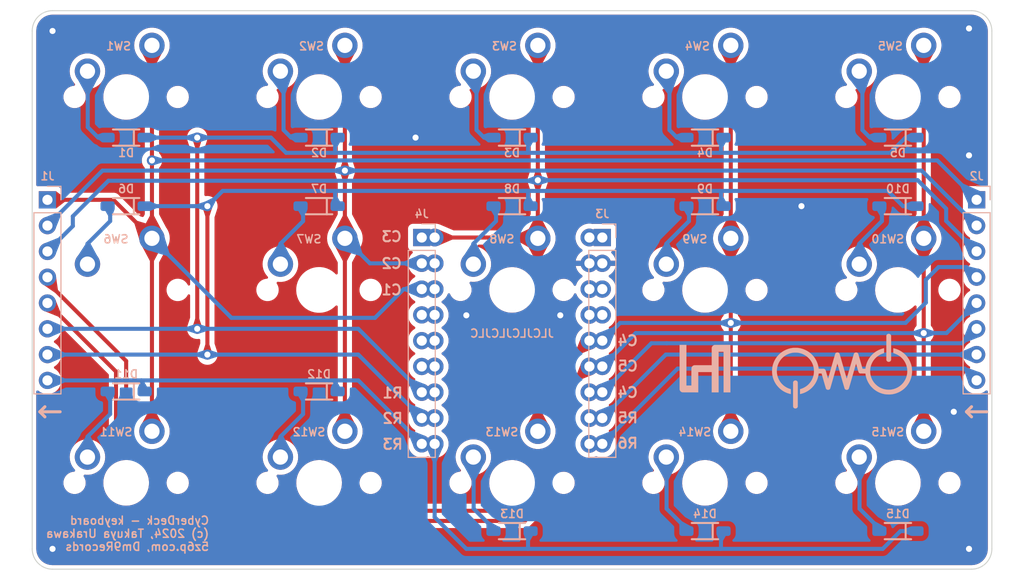
<source format=kicad_pcb>
(kicad_pcb (version 20240108) (generator "pcbnew") (generator_version "8.0")
  (layers (0 "F.Cu" signal) (31 "B.Cu" signal) (34 "B.Paste" user) (35 "F.Paste" user) (36 "B.SilkS" user "B.Silkscreen") (37 "F.SilkS" user "F.Silkscreen") (38 "B.Mask" user) (39 "F.Mask" user) (44 "Edge.Cuts" user))
  (net 0 "")
  (net 1 "Net-(D1-A)")
  (net 2 "Net-(D2-A)")
  (net 3 "Net-(D3-A)")
  (net 4 "Net-(D4-A)")
  (net 5 "Net-(D5-A)")
  (net 6 "Net-(D11-A)")
  (net 7 "Net-(D12-A)")
  (net 8 "Net-(D13-A)")
  (net 9 "Net-(D14-A)")
  (net 10 "Net-(D15-A)")
  (net 11 "Net-(D6-A)")
  (net 12 "Net-(D7-A)")
  (net 13 "Net-(D8-A)")
  (net 14 "Net-(D9-A)")
  (net 15 "Net-(D10-A)")
  (net 16 "/ROW1")
  (net 17 "/ROW2")
  (net 18 "/ROW3")
  (net 19 "/COL1")
  (net 20 "/COL2")
  (net 21 "/COL3")
  (net 22 "/COL4")
  (net 23 "/COL5")
  (net 24 "/ROW4")
  (net 25 "/ROW5")
  (net 26 "/ROW6")
  (net 27 "Net-(J3-Pin_1)")
  (net 28 "Net-(J3-Pin_3)")
  (net 29 "Net-(J3-Pin_4)")
  (net 30 "Net-(J4-Pin_4)")
  (net 31 "Net-(J4-Pin_5)")
  (net 32 "Net-(J4-Pin_6)")
  (net 33 "GND")
  (footprint "SMKJP:SW_Cherry_MX1A_1.00u_PCB" (layer "F.Cu") (at 126 88)
    (property "Reference" "SW15" (at -1 -5 0) (layer "B.SilkS") (effects (font (size 0.8 0.8)) (justify mirror)))
    (property "Value" "SW_Push" (hide yes))
    (pad "" np_thru_hole circle (at -5.08 0) (size 1.7 1.7) (drill 1.7) (layers "*.Cu" "*.Mask"))
    (pad "" np_thru_hole circle (at 0 0) (size 4 4) (drill 4) (layers "*.Cu" "*.Mask"))
    (pad "" np_thru_hole circle (at 5.08 0) (size 1.7 1.7) (drill 1.7) (layers "*.Cu" "*.Mask"))
    (pad "1" thru_hole circle (at -3.81 -2.54) (size 2.5 2.5) (drill 1.5) (layers "*.Cu" "*.Mask") (net 10 "Net-(D15-A)"))
    (pad "2" thru_hole circle (at 2.54 -5.08) (size 2.5 2.5) (drill 1.5) (layers "*.Cu" "*.Mask") (net 23 "/COL5"))
  )
  (footprint "SMKJP:SW_Cherry_MX1A_1.00u_PCB" (layer "F.Cu") (at 88 88)
    (property "Reference" "SW13" (at -1 -5 0) (layer "B.SilkS") (effects (font (size 0.8 0.8)) (justify mirror)))
    (property "Value" "SW_Push" (hide yes))
    (pad "" np_thru_hole circle (at -5.08 0) (size 1.7 1.7) (drill 1.7) (layers "*.Cu" "*.Mask"))
    (pad "" np_thru_hole circle (at 0 0) (size 4 4) (drill 4) (layers "*.Cu" "*.Mask"))
    (pad "" np_thru_hole circle (at 5.08 0) (size 1.7 1.7) (drill 1.7) (layers "*.Cu" "*.Mask"))
    (pad "1" thru_hole circle (at -3.81 -2.54) (size 2.5 2.5) (drill 1.5) (layers "*.Cu" "*.Mask") (net 8 "Net-(D13-A)"))
    (pad "2" thru_hole circle (at 2.54 -5.08) (size 2.5 2.5) (drill 1.5) (layers "*.Cu" "*.Mask") (net 21 "/COL3"))
  )
  (footprint "SMKJP:SW_Cherry_MX1A_1.00u_PCB" (layer "F.Cu") (at 107 69)
    (property "Reference" "SW9" (at -1 -5 0) (layer "B.SilkS") (effects (font (size 0.8 0.8)) (justify mirror)))
    (property "Value" "SW_Push" (hide yes))
    (pad "" np_thru_hole circle (at -5.08 0) (size 1.7 1.7) (drill 1.7) (layers "*.Cu" "*.Mask"))
    (pad "" np_thru_hole circle (at 0 0) (size 4 4) (drill 4) (layers "*.Cu" "*.Mask"))
    (pad "" np_thru_hole circle (at 5.08 0) (size 1.7 1.7) (drill 1.7) (layers "*.Cu" "*.Mask"))
    (pad "1" thru_hole circle (at -3.81 -2.54) (size 2.5 2.5) (drill 1.5) (layers "*.Cu" "*.Mask") (net 14 "Net-(D9-A)"))
    (pad "2" thru_hole circle (at 2.54 -5.08) (size 2.5 2.5) (drill 1.5) (layers "*.Cu" "*.Mask") (net 22 "/COL4"))
  )
  (footprint "SMKJP:SW_Cherry_MX1A_1.00u_PCB" (layer "F.Cu") (at 69 88)
    (property "Reference" "SW12" (at -1 -5 0) (layer "B.SilkS") (effects (font (size 0.8 0.8)) (justify mirror)))
    (property "Value" "SW_Push" (hide yes))
    (pad "" np_thru_hole circle (at -5.08 0) (size 1.7 1.7) (drill 1.7) (layers "*.Cu" "*.Mask"))
    (pad "" np_thru_hole circle (at 0 0) (size 4 4) (drill 4) (layers "*.Cu" "*.Mask"))
    (pad "" np_thru_hole circle (at 5.08 0) (size 1.7 1.7) (drill 1.7) (layers "*.Cu" "*.Mask"))
    (pad "1" thru_hole circle (at -3.81 -2.54) (size 2.5 2.5) (drill 1.5) (layers "*.Cu" "*.Mask") (net 7 "Net-(D12-A)"))
    (pad "2" thru_hole circle (at 2.54 -5.08) (size 2.5 2.5) (drill 1.5) (layers "*.Cu" "*.Mask") (net 20 "/COL2"))
  )
  (footprint "SMKJP:SW_Cherry_MX1A_1.00u_PCB" (layer "F.Cu") (at 126 69)
    (property "Reference" "SW10" (at -1 -5 0) (layer "B.SilkS") (effects (font (size 0.8 0.8)) (justify mirror)))
    (property "Value" "SW_Push" (hide yes))
    (pad "" np_thru_hole circle (at -5.08 0) (size 1.7 1.7) (drill 1.7) (layers "*.Cu" "*.Mask"))
    (pad "" np_thru_hole circle (at 0 0) (size 4 4) (drill 4) (layers "*.Cu" "*.Mask"))
    (pad "" np_thru_hole circle (at 5.08 0) (size 1.7 1.7) (drill 1.7) (layers "*.Cu" "*.Mask"))
    (pad "1" thru_hole circle (at -3.81 -2.54) (size 2.5 2.5) (drill 1.5) (layers "*.Cu" "*.Mask") (net 15 "Net-(D10-A)"))
    (pad "2" thru_hole circle (at 2.54 -5.08) (size 2.5 2.5) (drill 1.5) (layers "*.Cu" "*.Mask") (net 23 "/COL5"))
  )
  (footprint "SMKJP:SW_Cherry_MX1A_1.00u_PCB" (layer "F.Cu") (at 107 50)
    (property "Reference" "SW4" (at -0.75 -5 0) (layer "B.SilkS") (effects (font (size 0.8 0.8)) (justify mirror)))
    (property "Value" "SW_Push" (hide yes))
    (pad "" np_thru_hole circle (at -5.08 0) (size 1.7 1.7) (drill 1.7) (layers "*.Cu" "*.Mask"))
    (pad "" np_thru_hole circle (at 0 0) (size 4 4) (drill 4) (layers "*.Cu" "*.Mask"))
    (pad "" np_thru_hole circle (at 5.08 0) (size 1.7 1.7) (drill 1.7) (layers "*.Cu" "*.Mask"))
    (pad "1" thru_hole circle (at -3.81 -2.54) (size 2.5 2.5) (drill 1.5) (layers "*.Cu" "*.Mask") (net 4 "Net-(D4-A)"))
    (pad "2" thru_hole circle (at 2.54 -5.08) (size 2.5 2.5) (drill 1.5) (layers "*.Cu" "*.Mask") (net 22 "/COL4"))
  )
  (footprint "SMKJP:SW_Cherry_MX1A_1.00u_PCB" (layer "F.Cu") (at 50 69)
    (property "Reference" "SW6" (at -1 -5 0) (layer "B.SilkS") (effects (font (size 0.8 0.8)) (justify mirror)))
    (property "Value" "SW_Push" (hide yes))
    (pad "" np_thru_hole circle (at -5.08 0) (size 1.7 1.7) (drill 1.7) (layers "*.Cu" "*.Mask"))
    (pad "" np_thru_hole circle (at 0 0) (size 4 4) (drill 4) (layers "*.Cu" "*.Mask"))
    (pad "" np_thru_hole circle (at 5.08 0) (size 1.7 1.7) (drill 1.7) (layers "*.Cu" "*.Mask"))
    (pad "1" thru_hole circle (at -3.81 -2.54) (size 2.5 2.5) (drill 1.5) (layers "*.Cu" "*.Mask") (net 11 "Net-(D6-A)"))
    (pad "2" thru_hole circle (at 2.54 -5.08) (size 2.5 2.5) (drill 1.5) (layers "*.Cu" "*.Mask") (net 19 "/COL1"))
  )
  (footprint "SMKJP:SW_Cherry_MX1A_1.00u_PCB" (layer "F.Cu") (at 126 50)
    (property "Reference" "SW5" (at -0.75 -5 0) (layer "B.SilkS") (effects (font (size 0.8 0.8)) (justify mirror)))
    (property "Value" "SW_Push" (hide yes))
    (pad "" np_thru_hole circle (at -5.08 0) (size 1.7 1.7) (drill 1.7) (layers "*.Cu" "*.Mask"))
    (pad "" np_thru_hole circle (at 0 0) (size 4 4) (drill 4) (layers "*.Cu" "*.Mask"))
    (pad "" np_thru_hole circle (at 5.08 0) (size 1.7 1.7) (drill 1.7) (layers "*.Cu" "*.Mask"))
    (pad "1" thru_hole circle (at -3.81 -2.54) (size 2.5 2.5) (drill 1.5) (layers "*.Cu" "*.Mask") (net 5 "Net-(D5-A)"))
    (pad "2" thru_hole circle (at 2.54 -5.08) (size 2.5 2.5) (drill 1.5) (layers "*.Cu" "*.Mask") (net 23 "/COL5"))
  )
  (footprint "SMKJP:SW_Cherry_MX1A_1.00u_PCB" (layer "F.Cu") (at 88 69)
    (property "Reference" "SW8" (at -1 -5 0) (layer "B.SilkS") (effects (font (size 0.8 0.8)) (justify mirror)))
    (property "Value" "SW_Push" (hide yes))
    (pad "" np_thru_hole circle (at -5.08 0) (size 1.7 1.7) (drill 1.7) (layers "*.Cu" "*.Mask"))
    (pad "" np_thru_hole circle (at 0 0) (size 4 4) (drill 4) (layers "*.Cu" "*.Mask"))
    (pad "" np_thru_hole circle (at 5.08 0) (size 1.7 1.7) (drill 1.7) (layers "*.Cu" "*.Mask"))
    (pad "1" thru_hole circle (at -3.81 -2.54) (size 2.5 2.5) (drill 1.5) (layers "*.Cu" "*.Mask") (net 13 "Net-(D8-A)"))
    (pad "2" thru_hole circle (at 2.54 -5.08) (size 2.5 2.5) (drill 1.5) (layers "*.Cu" "*.Mask") (net 21 "/COL3"))
  )
  (footprint "SMKJP:SW_Cherry_MX1A_1.00u_PCB" (layer "F.Cu") (at 69 50)
    (property "Reference" "SW2" (at -0.75 -5 0) (layer "B.SilkS") (effects (font (size 0.8 0.8)) (justify mirror)))
    (property "Value" "SW_Push" (hide yes))
    (pad "" np_thru_hole circle (at -5.08 0) (size 1.7 1.7) (drill 1.7) (layers "*.Cu" "*.Mask"))
    (pad "" np_thru_hole circle (at 0 0) (size 4 4) (drill 4) (layers "*.Cu" "*.Mask"))
    (pad "" np_thru_hole circle (at 5.08 0) (size 1.7 1.7) (drill 1.7) (layers "*.Cu" "*.Mask"))
    (pad "1" thru_hole circle (at -3.81 -2.54) (size 2.5 2.5) (drill 1.5) (layers "*.Cu" "*.Mask") (net 2 "Net-(D2-A)"))
    (pad "2" thru_hole circle (at 2.54 -5.08) (size 2.5 2.5) (drill 1.5) (layers "*.Cu" "*.Mask") (net 20 "/COL2"))
  )
  (footprint "SMKJP:SW_Cherry_MX1A_1.00u_PCB" (layer "F.Cu") (at 50 50)
    (property "Reference" "SW1" (at -0.75 -5 0) (layer "B.SilkS") (effects (font (size 0.8 0.8)) (justify mirror)))
    (property "Value" "SW_Push" (hide yes))
    (pad "" np_thru_hole circle (at -5.08 0) (size 1.7 1.7) (drill 1.7) (layers "*.Cu" "*.Mask"))
    (pad "" np_thru_hole circle (at 0 0) (size 4 4) (drill 4) (layers "*.Cu" "*.Mask"))
    (pad "" np_thru_hole circle (at 5.08 0) (size 1.7 1.7) (drill 1.7) (layers "*.Cu" "*.Mask"))
    (pad "1" thru_hole circle (at -3.81 -2.54) (size 2.5 2.5) (drill 1.5) (layers "*.Cu" "*.Mask") (net 1 "Net-(D1-A)"))
    (pad "2" thru_hole circle (at 2.54 -5.08) (size 2.5 2.5) (drill 1.5) (layers "*.Cu" "*.Mask") (net 19 "/COL1"))
  )
  (footprint "SMKJP:SW_Cherry_MX1A_1.00u_PCB" (layer "F.Cu") (at 107 88)
    (property "Reference" "SW14" (at -1 -5 0) (layer "B.SilkS") (effects (font (size 0.8 0.8)) (justify mirror)))
    (property "Value" "SW_Push" (hide yes))
    (pad "" np_thru_hole circle (at -5.08 0) (size 1.7 1.7) (drill 1.7) (layers "*.Cu" "*.Mask"))
    (pad "" np_thru_hole circle (at 0 0) (size 4 4) (drill 4) (layers "*.Cu" "*.Mask"))
    (pad "" np_thru_hole circle (at 5.08 0) (size 1.7 1.7) (drill 1.7) (layers "*.Cu" "*.Mask"))
    (pad "1" thru_hole circle (at -3.81 -2.54) (size 2.5 2.5) (drill 1.5) (layers "*.Cu" "*.Mask") (net 9 "Net-(D14-A)"))
    (pad "2" thru_hole circle (at 2.54 -5.08) (size 2.5 2.5) (drill 1.5) (layers "*.Cu" "*.Mask") (net 22 "/COL4"))
  )
  (footprint "SMKJP:SW_Cherry_MX1A_1.00u_PCB" (layer "F.Cu") (at 69 69)
    (property "Reference" "SW7" (at -1 -5 0) (layer "B.SilkS") (effects (font (size 0.8 0.8)) (justify mirror)))
    (property "Value" "SW_Push" (hide yes))
    (pad "" np_thru_hole circle (at -5.08 0) (size 1.7 1.7) (drill 1.7) (layers "*.Cu" "*.Mask"))
    (pad "" np_thru_hole circle (at 0 0) (size 4 4) (drill 4) (layers "*.Cu" "*.Mask"))
    (pad "" np_thru_hole circle (at 5.08 0) (size 1.7 1.7) (drill 1.7) (layers "*.Cu" "*.Mask"))
    (pad "1" thru_hole circle (at -3.81 -2.54) (size 2.5 2.5) (drill 1.5) (layers "*.Cu" "*.Mask") (net 12 "Net-(D7-A)"))
    (pad "2" thru_hole circle (at 2.54 -5.08) (size 2.5 2.5) (drill 1.5) (layers "*.Cu" "*.Mask") (net 20 "/COL2"))
  )
  (footprint "SMKJP:SW_Cherry_MX1A_1.00u_PCB" (layer "F.Cu") (at 88 50)
    (property "Reference" "SW3" (at -0.75 -5 0) (layer "B.SilkS") (effects (font (size 0.8 0.8)) (justify mirror)))
    (property "Value" "SW_Push" (hide yes))
    (pad "" np_thru_hole circle (at -5.08 0) (size 1.7 1.7) (drill 1.7) (layers "*.Cu" "*.Mask"))
    (pad "" np_thru_hole circle (at 0 0) (size 4 4) (drill 4) (layers "*.Cu" "*.Mask"))
    (pad "" np_thru_hole circle (at 5.08 0) (size 1.7 1.7) (drill 1.7) (layers "*.Cu" "*.Mask"))
    (pad "1" thru_hole circle (at -3.81 -2.54) (size 2.5 2.5) (drill 1.5) (layers "*.Cu" "*.Mask") (net 3 "Net-(D3-A)"))
    (pad "2" thru_hole circle (at 2.54 -5.08) (size 2.5 2.5) (drill 1.5) (layers "*.Cu" "*.Mask") (net 21 "/COL3"))
  )
  (footprint "SMKJP:SW_Cherry_MX1A_1.00u_PCB" (layer "F.Cu") (at 50 88)
    (property "Reference" "SW11" (at -1 -5 0) (layer "B.SilkS") (effects (font (size 0.8 0.8)) (justify mirror)))
    (property "Value" "SW_Push" (hide yes))
    (pad "" np_thru_hole circle (at -5.08 0) (size 1.7 1.7) (drill 1.7) (layers "*.Cu" "*.Mask"))
    (pad "" np_thru_hole circle (at 0 0) (size 4 4) (drill 4) (layers "*.Cu" "*.Mask"))
    (pad "" np_thru_hole circle (at 5.08 0) (size 1.7 1.7) (drill 1.7) (layers "*.Cu" "*.Mask"))
    (pad "1" thru_hole circle (at -3.81 -2.54) (size 2.5 2.5) (drill 1.5) (layers "*.Cu" "*.Mask") (net 6 "Net-(D11-A)"))
    (pad "2" thru_hole circle (at 2.54 -5.08) (size 2.5 2.5) (drill 1.5) (layers "*.Cu" "*.Mask") (net 19 "/COL1"))
  )
  (footprint "dm9_rc:D_SOD123_hand" (layer "B.Cu") (at 126 60.75 -90)
    (property "Reference" "D10" (at -1.7 0 0) (layer "B.SilkS") (effects (font (size 0.8 0.8)) (justify mirror)))
    (property "Value" "D_Small_Filled" (hide yes))
    (pad "1" smd roundrect (at 0 -1.575 270) (size 0.95 1.4) (drill (offset 0 -0.25)) (layers "B.Cu" "B.Paste" "B.Mask") (net 17 "/ROW2"))
    (pad "2" smd roundrect (at 0 1.575 270) (size 0.95 1.4) (drill (offset 0 0.25)) (layers "B.Cu" "B.Paste" "B.Mask") (net 15 "Net-(D10-A)"))
  )
  (footprint "Connector_PinHeader_2.54mm:PinHeader_1x08_P2.54mm_Vertical" (layer "B.Cu") (at 42.25 60.13 180)
    (property "Reference" "J1" (at 0 2.33 0) (layer "B.SilkS") (effects (font (size 0.8 0.8)) (justify mirror)))
    (property "Value" "Conn_01x08")
    (pad "1" thru_hole rect (at 0 0 180) (size 1.7 1.7) (drill 1) (layers "*.Cu" "*.Mask") (net 19 "/COL1"))
    (pad "2" thru_hole oval (at 0 -2.54 180) (size 1.7 1.7) (drill 1) (layers "*.Cu" "*.Mask") (net 20 "/COL2"))
    (pad "3" thru_hole oval (at 0 -5.08 180) (size 1.7 1.7) (drill 1) (layers "*.Cu" "*.Mask") (net 21 "/COL3"))
    (pad "4" thru_hole oval (at 0 -7.62 180) (size 1.7 1.7) (drill 1) (layers "*.Cu" "*.Mask") (net 22 "/COL4"))
    (pad "5" thru_hole oval (at 0 -10.16 180) (size 1.7 1.7) (drill 1) (layers "*.Cu" "*.Mask") (net 23 "/COL5"))
    (pad "6" thru_hole oval (at 0 -12.7 180) (size 1.7 1.7) (drill 1) (layers "*.Cu" "*.Mask") (net 16 "/ROW1"))
    (pad "7" thru_hole oval (at 0 -15.24 180) (size 1.7 1.7) (drill 1) (layers "*.Cu" "*.Mask") (net 17 "/ROW2"))
    (pad "8" thru_hole oval (at 0 -17.78 180) (size 1.7 1.7) (drill 1) (layers "*.Cu" "*.Mask") (net 18 "/ROW3"))
  )
  (footprint "dm9_rc:D_SOD123_hand" (layer "B.Cu") (at 126 92.75 -90)
    (property "Reference" "D15" (at -1.7 0 0) (layer "B.SilkS") (effects (font (size 0.8 0.8)) (justify mirror)))
    (property "Value" "D_Small_Filled" (hide yes))
    (pad "1" smd roundrect (at 0 -1.575 270) (size 0.95 1.4) (drill (offset 0 -0.25)) (layers "B.Cu" "B.Paste" "B.Mask") (net 18 "/ROW3"))
    (pad "2" smd roundrect (at 0 1.575 270) (size 0.95 1.4) (drill (offset 0 0.25)) (layers "B.Cu" "B.Paste" "B.Mask") (net 10 "Net-(D15-A)"))
  )
  (footprint "dm9_rc:D_SOD123_hand" (layer "B.Cu") (at 107 92.75 -90)
    (property "Reference" "D14" (at -1.7 0 0) (layer "B.SilkS") (effects (font (size 0.8 0.8)) (justify mirror)))
    (property "Value" "D_Small_Filled" (hide yes))
    (pad "1" smd roundrect (at 0 -1.575 270) (size 0.95 1.4) (drill (offset 0 -0.25)) (layers "B.Cu" "B.Paste" "B.Mask") (net 18 "/ROW3"))
    (pad "2" smd roundrect (at 0 1.575 270) (size 0.95 1.4) (drill (offset 0 0.25)) (layers "B.Cu" "B.Paste" "B.Mask") (net 9 "Net-(D14-A)"))
  )
  (footprint "dm9_miscs:rp2040-zero-side-th" (layer "B.Cu") (at 88 74 180)
    (property "Reference" "U1" (hide yes))
    (property "Value" "rp2040-zero" (hide yes))
    (pad "1" thru_hole oval (at 7.62 10.16 180) (size 1.75 1.75) (drill 1) (layers "*.Cu" "*.Mask") (net 21 "/COL3"))
    (pad "2" thru_hole oval (at 7.62 7.62 180) (size 1.75 1.75) (drill 1) (layers "*.Cu" "*.Mask") (net 20 "/COL2"))
    (pad "3" thru_hole oval (at 7.62 5.08 180) (size 1.75 1.75) (drill 1) (layers "*.Cu" "*.Mask") (net 19 "/COL1"))
    (pad "4" thru_hole oval (at 7.62 2.54 180) (size 1.75 1.75) (drill 1) (layers "*.Cu" "*.Mask") (net 30 "Net-(J4-Pin_4)"))
    (pad "5" thru_hole oval (at 7.62 0 180) (size 1.75 1.75) (drill 1) (layers "*.Cu" "*.Mask") (net 31 "Net-(J4-Pin_5)"))
    (pad "6" thru_hole oval (at 7.62 -2.54 180) (size 1.75 1.75) (drill 1) (layers "*.Cu" "*.Mask") (net 32 "Net-(J4-Pin_6)"))
    (pad "7" thru_hole oval (at 7.62 -5.08 180) (size 1.75 1.75) (drill 1) (layers "*.Cu" "*.Mask") (net 16 "/ROW1"))
    (pad "8" thru_hole oval (at 7.62 -7.62 180) (size 1.75 1.75) (drill 1) (layers "*.Cu" "*.Mask") (net 17 "/ROW2"))
    (pad "9" thru_hole oval (at 7.62 -10.16 180) (size 1.75 1.75) (drill 1) (layers "*.Cu" "*.Mask") (net 18 "/ROW3"))
    (pad "15" thru_hole oval (at -7.62 -10.16 180) (size 1.75 1.75) (drill 1) (layers "*.Cu" "*.Mask") (net 26 "/ROW6"))
    (pad "16" thru_hole oval (at -7.62 -7.62 180) (size 1.75 1.75) (drill 1) (layers "*.Cu" "*.Mask") (net 25 "/ROW5"))
    (pad "17" thru_hole oval (at -7.62 -5.08 180) (size 1.75 1.75) (drill 1) (layers "*.Cu" "*.Mask") (net 24 "/ROW4"))
    (pad "18" thru_hole oval (at -7.62 -2.54 180) (size 1.75 1.75) (drill 1) (layers "*.Cu" "*.Mask") (net 23 "/COL5"))
    (pad "19" thru_hole oval (at -7.62 0 180) (size 1.75 1.75) (drill 1) (layers "*.Cu" "*.Mask") (net 22 "/COL4"))
    (pad "20" thru_hole oval (at -7.62 2.54 180) (size 1.75 1.75) (drill 1) (layers "*.Cu" "*.Mask") (net 29 "Net-(J3-Pin_4)"))
    (pad "21" thru_hole oval (at -7.62 5.08 180) (size 1.75 1.75) (drill 1) (layers "*.Cu" "*.Mask") (net 28 "Net-(J3-Pin_3)"))
    (pad "22" thru_hole oval (at -7.62 7.62 180) (size 1.75 1.75) (drill 1) (layers "*.Cu" "*.Mask") (net 33 "GND"))
    (pad "23" thru_hole oval (at -7.62 10.16 180) (size 1.75 1.75) (drill 1) (layers "*.Cu" "*.Mask") (net 27 "Net-(J3-Pin_1)"))
  )
  (footprint "dm9_silks:logo_hsgw_5mm" (layer "B.Cu") (at 107 76.75 180)
    (property "Reference" "G***" (hide yes))
    (property "Value" "LOGO" (hide yes))
  )
  (footprint "Connector_PinHeader_2.54mm:PinHeader_1x09_P2.54mm_Vertical" (layer "B.Cu") (at 79.11 63.84 180)
    (property "Reference" "J4" (at 0 2.33 0) (layer "B.SilkS") (effects (font (size 0.8 0.8)) (justify mirror)))
    (property "Value" "Conn_01x09")
    (pad "1" thru_hole rect (at 0 0 180) (size 1.7 1.7) (drill 1) (layers "*.Cu" "*.Mask") (net 21 "/COL3"))
    (pad "2" thru_hole oval (at 0 -2.54 180) (size 1.7 1.7) (drill 1) (layers "*.Cu" "*.Mask") (net 20 "/COL2"))
    (pad "3" thru_hole oval (at 0 -5.08 180) (size 1.7 1.7) (drill 1) (layers "*.Cu" "*.Mask") (net 19 "/COL1"))
    (pad "4" thru_hole oval (at 0 -7.62 180) (size 1.7 1.7) (drill 1) (layers "*.Cu" "*.Mask") (net 30 "Net-(J4-Pin_4)"))
    (pad "5" thru_hole oval (at 0 -10.16 180) (size 1.7 1.7) (drill 1) (layers "*.Cu" "*.Mask") (net 31 "Net-(J4-Pin_5)"))
    (pad "6" thru_hole oval (at 0 -12.7 180) (size 1.7 1.7) (drill 1) (layers "*.Cu" "*.Mask") (net 32 "Net-(J4-Pin_6)"))
    (pad "7" thru_hole oval (at 0 -15.24 180) (size 1.7 1.7) (drill 1) (layers "*.Cu" "*.Mask") (net 16 "/ROW1"))
    (pad "8" thru_hole oval (at 0 -17.78 180) (size 1.7 1.7) (drill 1) (layers "*.Cu" "*.Mask") (net 17 "/ROW2"))
    (pad "9" thru_hole oval (at 0 -20.32 180) (size 1.7 1.7) (drill 1) (layers "*.Cu" "*.Mask") (net 18 "/ROW3"))
  )
  (footprint "dm9_rc:D_SOD123_hand" (layer "B.Cu") (at 50 54 -90)
    (property "Reference" "D1" (at 1.5 0 0) (layer "B.SilkS") (effects (font (size 0.8 0.8)) (justify mirror)))
    (property "Value" "D_Small_Filled" (hide yes))
    (pad "1" smd roundrect (at 0 -1.575 270) (size 0.95 1.4) (drill (offset 0 -0.25)) (layers "B.Cu" "B.Paste" "B.Mask") (net 16 "/ROW1"))
    (pad "2" smd roundrect (at 0 1.575 270) (size 0.95 1.4) (drill (offset 0 0.25)) (layers "B.Cu" "B.Paste" "B.Mask") (net 1 "Net-(D1-A)"))
  )
  (footprint "dm9_rc:D_SOD123_hand" (layer "B.Cu") (at 88 54 -90)
    (property "Reference" "D3" (at 1.5 0 0) (layer "B.SilkS") (effects (font (size 0.8 0.8)) (justify mirror)))
    (property "Value" "D_Small_Filled" (hide yes))
    (pad "1" smd roundrect (at 0 -1.575 270) (size 0.95 1.4) (drill (offset 0 -0.25)) (layers "B.Cu" "B.Paste" "B.Mask") (net 16 "/ROW1"))
    (pad "2" smd roundrect (at 0 1.575 270) (size 0.95 1.4) (drill (offset 0 0.25)) (layers "B.Cu" "B.Paste" "B.Mask") (net 3 "Net-(D3-A)"))
  )
  (footprint "dm9_rc:D_SOD123_hand" (layer "B.Cu") (at 50 60.75 -90)
    (property "Reference" "D6" (at -1.7 0 0) (layer "B.SilkS") (effects (font (size 0.8 0.8)) (justify mirror)))
    (property "Value" "D_Small_Filled" (hide yes))
    (pad "1" smd roundrect (at 0 -1.575 270) (size 0.95 1.4) (drill (offset 0 -0.25)) (layers "B.Cu" "B.Paste" "B.Mask") (net 17 "/ROW2"))
    (pad "2" smd roundrect (at 0 1.575 270) (size 0.95 1.4) (drill (offset 0 0.25)) (layers "B.Cu" "B.Paste" "B.Mask") (net 11 "Net-(D6-A)"))
  )
  (footprint "dm9_rc:D_SOD123_hand" (layer "B.Cu") (at 107 54 -90)
    (property "Reference" "D4" (at 1.5 0 0) (layer "B.SilkS") (effects (font (size 0.8 0.8)) (justify mirror)))
    (property "Value" "D_Small_Filled" (hide yes))
    (pad "1" smd roundrect (at 0 -1.575 270) (size 0.95 1.4) (drill (offset 0 -0.25)) (layers "B.Cu" "B.Paste" "B.Mask") (net 16 "/ROW1"))
    (pad "2" smd roundrect (at 0 1.575 270) (size 0.95 1.4) (drill (offset 0 0.25)) (layers "B.Cu" "B.Paste" "B.Mask") (net 4 "Net-(D4-A)"))
  )
  (footprint "Connector_PinHeader_2.54mm:PinHeader_1x09_P2.54mm_Vertical" (layer "B.Cu") (at 96.89 63.84 180)
    (property "Reference" "J3" (at 0 2.33 0) (layer "B.SilkS") (effects (font (size 0.8 0.8)) (justify mirror)))
    (property "Value" "Conn_01x09")
    (pad "1" thru_hole rect (at 0 0 180) (size 1.7 1.7) (drill 1) (layers "*.Cu" "*.Mask") (net 27 "Net-(J3-Pin_1)"))
    (pad "2" thru_hole oval (at 0 -2.54 180) (size 1.7 1.7) (drill 1) (layers "*.Cu" "*.Mask") (net 33 "GND"))
    (pad "3" thru_hole oval (at 0 -5.08 180) (size 1.7 1.7) (drill 1) (layers "*.Cu" "*.Mask") (net 28 "Net-(J3-Pin_3)"))
    (pad "4" thru_hole oval (at 0 -7.62 180) (size 1.7 1.7) (drill 1) (layers "*.Cu" "*.Mask") (net 29 "Net-(J3-Pin_4)"))
    (pad "5" thru_hole oval (at 0 -10.16 180) (size 1.7 1.7) (drill 1) (layers "*.Cu" "*.Mask") (net 22 "/COL4"))
    (pad "6" thru_hole oval (at 0 -12.7 180) (size 1.7 1.7) (drill 1) (layers "*.Cu" "*.Mask") (net 23 "/COL5"))
    (pad "7" thru_hole oval (at 0 -15.24 180) (size 1.7 1.7) (drill 1) (layers "*.Cu" "*.Mask") (net 24 "/ROW4"))
    (pad "8" thru_hole oval (at 0 -17.78 180) (size 1.7 1.7) (drill 1) (layers "*.Cu" "*.Mask") (net 25 "/ROW5"))
    (pad "9" thru_hole oval (at 0 -20.32 180) (size 1.7 1.7) (drill 1) (layers "*.Cu" "*.Mask") (net 26 "/ROW6"))
  )
  (footprint "dm9_rc:D_SOD123_hand" (layer "B.Cu") (at 69 54 -90)
    (property "Reference" "D2" (at 1.5 0 0) (layer "B.SilkS") (effects (font (size 0.8 0.8)) (justify mirror)))
    (property "Value" "D_Small_Filled" (hide yes))
    (pad "1" smd roundrect (at 0 -1.575 270) (size 0.95 1.4) (drill (offset 0 -0.25)) (layers "B.Cu" "B.Paste" "B.Mask") (net 16 "/ROW1"))
    (pad "2" smd roundrect (at 0 1.575 270) (size 0.95 1.4) (drill (offset 0 0.25)) (layers "B.Cu" "B.Paste" "B.Mask") (net 2 "Net-(D2-A)"))
  )
  (footprint "dm9_silks:logo_dm9_7_5mm" (layer "B.Cu") (at 120.5 77 180)
    (property "Reference" "G***" (hide yes))
    (property "Value" "LOGO" (hide yes))
  )
  (footprint "dm9_rc:D_SOD123_hand" (layer "B.Cu") (at 50 79 -90)
    (property "Reference" "D11" (at -1.7 0 0) (layer "B.SilkS") (effects (font (size 0.8 0.8)) (justify mirror)))
    (property "Value" "D_Small_Filled" (hide yes))
    (pad "1" smd roundrect (at 0 -1.575 270) (size 0.95 1.4) (drill (offset 0 -0.25)) (layers "B.Cu" "B.Paste" "B.Mask") (net 18 "/ROW3"))
    (pad "2" smd roundrect (at 0 1.575 270) (size 0.95 1.4) (drill (offset 0 0.25)) (layers "B.Cu" "B.Paste" "B.Mask") (net 6 "Net-(D11-A)"))
  )
  (footprint "Connector_PinHeader_2.54mm:PinHeader_1x08_P2.54mm_Vertical" (layer "B.Cu") (at 133.75 60.125 180)
    (property "Reference" "J2" (at 0 2.33 0) (layer "B.SilkS") (effects (font (size 0.8 0.8)) (justify mirror)))
    (property "Value" "Conn_01x08")
    (pad "1" thru_hole rect (at 0 0 180) (size 1.7 1.7) (drill 1) (layers "*.Cu" "*.Mask") (net 19 "/COL1"))
    (pad "2" thru_hole oval (at 0 -2.54 180) (size 1.7 1.7) (drill 1) (layers "*.Cu" "*.Mask") (net 20 "/COL2"))
    (pad "3" thru_hole oval (at 0 -5.08 180) (size 1.7 1.7) (drill 1) (layers "*.Cu" "*.Mask") (net 21 "/COL3"))
    (pad "4" thru_hole oval (at 0 -7.62 180) (size 1.7 1.7) (drill 1) (layers "*.Cu" "*.Mask") (net 22 "/COL4"))
    (pad "5" thru_hole oval (at 0 -10.16 180) (size 1.7 1.7) (drill 1) (layers "*.Cu" "*.Mask") (net 23 "/COL5"))
    (pad "6" thru_hole oval (at 0 -12.7 180) (size 1.7 1.7) (drill 1) (layers "*.Cu" "*.Mask") (net 24 "/ROW4"))
    (pad "7" thru_hole oval (at 0 -15.24 180) (size 1.7 1.7) (drill 1) (layers "*.Cu" "*.Mask") (net 25 "/ROW5"))
    (pad "8" thru_hole oval (at 0 -17.78 180) (size 1.7 1.7) (drill 1) (layers "*.Cu" "*.Mask") (net 26 "/ROW6"))
  )
  (footprint "dm9_rc:D_SOD123_hand" (layer "B.Cu") (at 126 54 -90)
    (property "Reference" "D5" (at 1.5 0 0) (layer "B.SilkS") (effects (font (size 0.8 0.8)) (justify mirror)))
    (property "Value" "D_Small_Filled" (hide yes))
    (pad "1" smd roundrect (at 0 -1.575 270) (size 0.95 1.4) (drill (offset 0 -0.25)) (layers "B.Cu" "B.Paste" "B.Mask") (net 16 "/ROW1"))
    (pad "2" smd roundrect (at 0 1.575 270) (size 0.95 1.4) (drill (offset 0 0.25)) (layers "B.Cu" "B.Paste" "B.Mask") (net 5 "Net-(D5-A)"))
  )
  (footprint "dm9_rc:D_SOD123_hand" (layer "B.Cu") (at 88 92.75 -90)
    (property "Reference" "D13" (at -1.7 0 0) (layer "B.SilkS") (effects (font (size 0.8 0.8)) (justify mirror)))
    (property "Value" "D_Small_Filled" (hide yes))
    (pad "1" smd roundrect (at 0 -1.575 270) (size 0.95 1.4) (drill (offset 0 -0.25)) (layers "B.Cu" "B.Paste" "B.Mask") (net 18 "/ROW3"))
    (pad "2" smd roundrect (at 0 1.575 270) (size 0.95 1.4) (drill (offset 0 0.25)) (layers "B.Cu" "B.Paste" "B.Mask") (net 8 "Net-(D13-A)"))
  )
  (footprint "dm9_rc:D_SOD123_hand" (layer "B.Cu") (at 69 79 -90)
    (property "Reference" "D12" (at -1.7 0 0) (layer "B.SilkS") (effects (font (size 0.8 0.8)) (justify mirror)))
    (property "Value" "D_Small_Filled" (hide yes))
    (pad "1" smd roundrect (at 0 -1.575 270) (size 0.95 1.4) (drill (offset 0 -0.25)) (layers "B.Cu" "B.Paste" "B.Mask") (net 18 "/ROW3"))
    (pad "2" smd roundrect (at 0 1.575 270) (size 0.95 1.4) (drill (offset 0 0.25)) (layers "B.Cu" "B.Paste" "B.Mask") (net 7 "Net-(D12-A)"))
  )
  (footprint "dm9_rc:D_SOD123_hand" (layer "B.Cu") (at 107 60.75 -90)
    (property "Reference" "D9" (at -1.7 0 0) (layer "B.SilkS") (effects (font (size 0.8 0.8)) (justify mirror)))
    (property "Value" "D_Small_Filled" (hide yes))
    (pad "1" smd roundrect (at 0 -1.575 270) (size 0.95 1.4) (drill (offset 0 -0.25)) (layers "B.Cu" "B.Paste" "B.Mask") (net 17 "/ROW2"))
    (pad "2" smd roundrect (at 0 1.575 270) (size 0.95 1.4) (drill (offset 0 0.25)) (layers "B.Cu" "B.Paste" "B.Mask") (net 14 "Net-(D9-A)"))
  )
  (footprint "dm9_rc:D_SOD123_hand" (layer "B.Cu") (at 88 60.75 -90)
    (property "Reference" "D8" (at -1.7 0 0) (layer "B.SilkS") (effects (font (size 0.8 0.8)) (justify mirror)))
    (property "Value" "D_Small_Filled" (hide yes))
    (pad "1" smd roundrect (at 0 -1.575 270) (size 0.95 1.4) (drill (offset 0 -0.25)) (layers "B.Cu" "B.Paste" "B.Mask") (net 17 "/ROW2"))
    (pad "2" smd roundrect (at 0 1.575 270) (size 0.95 1.4) (drill (offset 0 0.25)) (layers "B.Cu" "B.Paste" "B.Mask") (net 13 "Net-(D8-A)"))
  )
  (footprint "dm9_rc:D_SOD123_hand" (layer "B.Cu") (at 69 60.75 -90)
    (property "Reference" "D7" (at -1.7 0 0) (layer "B.SilkS") (effects (font (size 0.8 0.8)) (justify mirror)))
    (property "Value" "D_Small_Filled" (hide yes))
    (pad "1" smd roundrect (at 0 -1.575 270) (size 0.95 1.4) (drill (offset 0 -0.25)) (layers "B.Cu" "B.Paste" "B.Mask") (net 17 "/ROW2"))
    (pad "2" smd roundrect (at 0 1.575 270) (size 0.95 1.4) (drill (offset 0 0.25)) (layers "B.Cu" "B.Paste" "B.Mask") (net 12 "Net-(D7-A)"))
  )
  (gr_line (start 132.75 81) (end 134.75 81) (stroke (width 0.3)) (layer "B.SilkS"))
  (gr_line (start 41.5 81) (end 43.5 81) (stroke (width 0.3)) (layer "B.SilkS"))
  (gr_line (start 41.5 81) (end 42 80.5) (stroke (width 0.3)) (layer "B.SilkS"))
  (gr_line (start 132.75 81) (end 133.25 81.5) (stroke (width 0.3)) (layer "B.SilkS"))
  (gr_line (start 132.75 81) (end 133.25 80.5) (stroke (width 0.3)) (layer "B.SilkS"))
  (gr_line (start 41.5 81) (end 42 81.5) (stroke (width 0.3)) (layer "B.SilkS"))
  (gr_arc (start 133.25 41.5) (mid 134.664214 42.085786) (end 135.25 43.5) (stroke (width 0.1)) (layer "Edge.Cuts"))
  (gr_arc (start 135.249999 94.499999) (mid 134.664213 95.914213) (end 133.249999 96.499999) (stroke (width 0.1)) (layer "Edge.Cuts"))
  (gr_line (start 40.750001 43.500001) (end 40.750001 94.499999) (stroke (width 0.1)) (layer "Edge.Cuts"))
  (gr_line (start 135.249999 94.499999) (end 135.25 43.5) (stroke (width 0.1)) (layer "Edge.Cuts"))
  (gr_arc (start 42.750001 96.499999) (mid 41.335787 95.914213) (end 40.750001 94.499999) (stroke (width 0.1)) (layer "Edge.Cuts"))
  (gr_arc (start 40.750001 43.500001) (mid 41.335787 42.085787) (end 42.750001 41.500001) (stroke (width 0.1)) (layer "Edge.Cuts"))
  (gr_line (start 42.750001 96.499999) (end 133.249999 96.499999) (stroke (width 0.1)) (layer "Edge.Cuts"))
  (gr_line (start 42.750001 41.500001) (end 133.25 41.5) (stroke (width 0.1)) (layer "Edge.Cuts"))
  (gr_text "C2" (at 77.25 66.4 0) (layer "B.SilkS") (effects (font (size 1 1) (thickness 0.2) (bold yes)) (justify left mirror)))
  (gr_text "R1" (at 77.35 79.15 0) (layer "B.SilkS") (effects (font (size 1 1) (thickness 0.2) (bold yes)) (justify left mirror)))
  (gr_text "CyberDeck - keyboard\n(c) 2024, Takuya Urakawa\n5z6p.com, Dm9Records" (at 58.25 94.75 0) (layer "B.SilkS") (effects (font (size 0.8 0.8)) (justify left bottom mirror)))
  (gr_text "R6" (at 100.5 84.1 0) (layer "B.SilkS") (effects (font (size 1 1) (thickness 0.2) (bold yes)) (justify left mirror)))
  (gr_text "R2" (at 77.35 81.65 0) (layer "B.SilkS") (effects (font (size 1 1) (thickness 0.2) (bold yes)) (justify left mirror)))
  (gr_text "C3" (at 77.25 63.75 0) (layer "B.SilkS") (effects (font (size 1 1) (thickness 0.2) (bold yes)) (justify left mirror)))
  (gr_text "JLCJLCJLCJLC" (at 88 73.75 0) (layer "B.SilkS") (effects (font (size 0.8 0.8)) (justify bottom mirror)))
  (gr_text "C4" (at 100.5 79.1 0) (layer "B.SilkS") (effects (font (size 1 1) (thickness 0.2) (bold yes)) (justify left mirror)))
  (gr_text "C5" (at 100.5 76.5 0) (layer "B.SilkS") (effects (font (size 1 1) (thickness 0.2) (bold yes)) (justify left mirror)))
  (gr_text "C4" (at 100.5 74 0) (layer "B.SilkS") (effects (font (size 1 1) (thickness 0.2) (bold yes)) (justify left mirror)))
  (gr_text "C1" (at 77.25 69 0) (layer "B.SilkS") (effects (font (size 1 1) (thickness 0.2) (bold yes)) (justify left mirror)))
  (gr_text "R3\n" (at 77.35 84.2 0) (layer "B.SilkS") (effects (font (size 1 1) (thickness 0.2) (bold yes)) (justify left mirror)))
  (gr_text "R5" (at 100.5 81.6 0) (layer "B.SilkS") (effects (font (size 1 1) (thickness 0.2) (bold yes)) (justify left mirror)))
  (segment (start 46.22 47.49) (end 46.22 52.97) (width 0.4) (layer "B.Cu") (net 1))
  (segment (start 46.22 52.97) (end 47.25 54) (width 0.4) (layer "B.Cu") (net 1))
  (segment (start 46.19 47.46) (end 46.22 47.49) (width 0.4) (layer "B.Cu") (net 1))
  (segment (start 47.25 54) (end 48.425 54) (width 0.4) (layer "B.Cu") (net 1))
  (segment (start 65.5 53.25) (end 66.25 54) (width 0.4) (layer "B.Cu") (net 2))
  (segment (start 65.19 47.46) (end 65.5 47.77) (width 0.4) (layer "B.Cu") (net 2))
  (segment (start 65.5 47.77) (end 65.5 53.25) (width 0.4) (layer "B.Cu") (net 2))
  (segment (start 66.25 54) (end 67.425 54) (width 0.4) (layer "B.Cu") (net 2))
  (segment (start 84.19 47.46) (end 84.5 47.77) (width 0.4) (layer "B.Cu") (net 3))
  (segment (start 84.5 53.25) (end 85.25 54) (width 0.4) (layer "B.Cu") (net 3))
  (segment (start 84.5 47.77) (end 84.5 53.25) (width 0.4) (layer "B.Cu") (net 3))
  (segment (start 85.25 54) (end 86.425 54) (width 0.4) (layer "B.Cu") (net 3))
  (segment (start 105.425 54) (end 104.25 54) (width 0.4) (layer "B.Cu") (net 4))
  (segment (start 103.5 53.25) (end 103.5 47.77) (width 0.4) (layer "B.Cu") (net 4))
  (segment (start 104.25 54) (end 103.5 53.25) (width 0.4) (layer "B.Cu") (net 4))
  (segment (start 103.5 47.77) (end 103.19 47.46) (width 0.4) (layer "B.Cu") (net 4))
  (segment (start 122.19 47.46) (end 122.5 47.77) (width 0.4) (layer "B.Cu") (net 5))
  (segment (start 123.25 54) (end 124.425 54) (width 0.4) (layer "B.Cu") (net 5))
  (segment (start 122.5 53.25) (end 123.25 54) (width 0.4) (layer "B.Cu") (net 5))
  (segment (start 122.5 47.77) (end 122.5 53.25) (width 0.4) (layer "B.Cu") (net 5))
  (segment (start 48.425 79) (end 48.425 81.225) (width 0.4) (layer "B.Cu") (net 6))
  (segment (start 46.19 83.46) (end 46.19 85.46) (width 0.4) (layer "B.Cu") (net 6))
  (segment (start 48.425 81.225) (end 46.19 83.46) (width 0.4) (layer "B.Cu") (net 6))
  (segment (start 65.19 83.46) (end 65.19 85.46) (width 0.4) (layer "B.Cu") (net 7))
  (segment (start 67.425 81.225) (end 65.19 83.46) (width 0.4) (layer "B.Cu") (net 7))
  (segment (start 67.425 79) (end 67.425 81.225) (width 0.4) (layer "B.Cu") (net 7))
  (segment (start 84.22 85.49) (end 84.22 90.545) (width 0.4) (layer "B.Cu") (net 8))
  (segment (start 84.22 90.545) (end 86.425 92.75) (width 0.4) (layer "B.Cu") (net 8))
  (segment (start 84.19 85.46) (end 84.22 85.49) (width 0.4) (layer "B.Cu") (net 8))
  (segment (start 103.22 85.49) (end 103.22 90.545) (width 0.4) (layer "B.Cu") (net 9))
  (segment (start 103.19 85.46) (end 103.22 85.49) (width 0.4) (layer "B.Cu") (net 9))
  (segment (start 103.22 90.545) (end 105.425 92.75) (width 0.4) (layer "B.Cu") (net 9))
  (segment (start 122.22 90.545) (end 124.425 92.75) (width 0.4) (layer "B.Cu") (net 10))
  (segment (start 122.19 85.46) (end 122.22 85.49) (width 0.4) (layer "B.Cu") (net 10))
  (segment (start 122.22 85.49) (end 122.22 90.545) (width 0.4) (layer "B.Cu") (net 10))
  (segment (start 48.425 60.75) (end 48.425 62.225) (width 0.4) (layer "B.Cu") (net 11))
  (segment (start 48.425 62.225) (end 46.19 64.46) (width 0.4) (layer "B.Cu") (net 11))
  (segment (start 46.19 64.46) (end 46.19 66.46) (width 0.4) (layer "B.Cu") (net 11))
  (segment (start 67.425 60.75) (end 67.425 62.225) (width 0.4) (layer "B.Cu") (net 12))
  (segment (start 67.425 62.225) (end 65.19 64.46) (width 0.4) (layer "B.Cu") (net 12))
  (segment (start 65.19 64.46) (end 65.19 66.46) (width 0.4) (layer "B.Cu") (net 12))
  (segment (start 86.425 62.225) (end 84.19 64.46) (width 0.4) (layer "B.Cu") (net 13))
  (segment (start 84.19 64.46) (end 84.19 66.46) (width 0.4) (layer "B.Cu") (net 13))
  (segment (start 86.425 60.75) (end 86.425 62.225) (width 0.4) (layer "B.Cu") (net 13))
  (segment (start 105.425 62.225) (end 103.19 64.46) (width 0.4) (layer "B.Cu") (net 14))
  (segment (start 105.425 60.75) (end 105.425 62.225) (width 0.4) (layer "B.Cu") (net 14))
  (segment (start 103.19 64.46) (end 103.19 66.46) (width 0.4) (layer "B.Cu") (net 14))
  (segment (start 122.19 64.46) (end 122.19 66.46) (width 0.4) (layer "B.Cu") (net 15))
  (segment (start 124.425 60.75) (end 124.425 62.225) (width 0.4) (layer "B.Cu") (net 15))
  (segment (start 124.425 62.225) (end 122.19 64.46) (width 0.4) (layer "B.Cu") (net 15))
  (segment (start 57 72.830001) (end 57 54) (width 0.4) (layer "F.Cu") (net 16))
  (via (at 57 54) (size 1) (drill 0.6) (layers "F.Cu" "B.Cu") (net 16))
  (via (at 57 72.830001) (size 1) (drill 0.6) (layers "F.Cu" "B.Cu") (net 16))
  (segment (start 126.75 54) (end 125.25 55.5) (width 0.4) (layer "B.Cu") (net 16))
  (segment (start 70.5 55.5) (end 65.75 55.5) (width 0.4) (layer "B.Cu") (net 16))
  (segment (start 89.5 55.5) (end 70.5 55.5) (width 0.4) (layer "B.Cu") (net 16))
  (segment (start 108.5 55.5) (end 89.5 55.5) (width 0.4) (layer "B.Cu") (net 16))
  (segment (start 42.25 72.83) (end 57 72.830001) (width 0.4) (layer "B.Cu") (net 16))
  (segment (start 79.11 79.08) (end 72.860001 72.830001) (width 0.4) (layer "B.Cu") (net 16))
  (segment (start 65.75 55.5) (end 64.25 54) (width 0.4) (layer "B.Cu") (net 16))
  (segment (start 70.575 54) (end 70.575 55.425) (width 0.4) (layer "B.Cu") (net 16))
  (segment (start 127.575 54) (end 126.75 54) (width 0.4) (layer "B.Cu") (net 16))
  (segment (start 51.575 54) (end 57 54) (width 0.4) (layer "B.Cu") (net 16))
  (segment (start 72.860001 72.830001) (end 57 72.830001) (width 0.4) (layer "B.Cu") (net 16))
  (segment (start 64.25 54) (end 57 54) (width 0.4) (layer "B.Cu") (net 16))
  (segment (start 89.575 54) (end 89.575 55.425) (width 0.4) (layer "B.Cu") (net 16))
  (segment (start 89.575 55.425) (end 89.5 55.5) (width 0.4) (layer "B.Cu") (net 16))
  (segment (start 108.575 54) (end 108.575 55.425) (width 0.4) (layer "B.Cu") (net 16))
  (segment (start 125.25 55.5) (end 108.5 55.5) (width 0.4) (layer "B.Cu") (net 16))
  (segment (start 70.575 55.425) (end 70.5 55.5) (width 0.4) (layer "B.Cu") (net 16))
  (segment (start 108.575 55.425) (end 108.5 55.5) (width 0.4) (layer "B.Cu") (net 16))
  (segment (start 58 75.37) (end 58 60.75) (width 0.4) (layer "F.Cu") (net 17))
  (via (at 58 60.75) (size 1) (drill 0.6) (layers "F.Cu" "B.Cu") (net 17))
  (via (at 58 75.37) (size 1) (drill 0.6) (layers "F.Cu" "B.Cu") (net 17))
  (segment (start 125 59.25) (end 125.25 59.5) (width 0.4) (layer "B.Cu") (net 17))
  (segment (start 126.5 60.75) (end 127.575 60.75) (width 0.4) (layer "B.Cu") (net 17))
  (segment (start 108.5 59.25) (end 125 59.25) (width 0.4) (layer "B.Cu") (net 17))
  (segment (start 107.75 59.25) (end 108.5 59.25) (width 0.4) (layer "B.Cu") (net 17))
  (segment (start 89.575 60.75) (end 89.575 59.325) (width 0.4) (layer "B.Cu") (net 17))
  (segment (start 89.65 59.25) (end 107.75 59.25) (width 0.4) (layer "B.Cu") (net 17))
  (segment (start 79.11 81.62) (end 72.86 75.37) (width 0.4) (layer "B.Cu") (net 17))
  (segment (start 70.575 60.75) (end 70.575 59.325) (width 0.4) (layer "B.Cu") (net 17))
  (segment (start 108.575 60.75) (end 108.575 59.325) (width 0.4) (layer "B.Cu") (net 17))
  (segment (start 51.575 60.75) (end 58 60.75) (width 0.4) (layer "B.Cu") (net 17))
  (segment (start 89.575 59.325) (end 89.65 59.25) (width 0.4) (layer "B.Cu") (net 17))
  (segment (start 59.5 59.25) (end 70.5 59.25) (width 0.4) (layer "B.Cu") (net 17))
  (segment (start 72.86 75.37) (end 72.76 75.37) (width 0.4) (layer "B.Cu") (net 17))
  (segment (start 89.575 59.325) (end 89.5 59.25) (width 0.4) (layer "B.Cu") (net 17))
  (segment (start 70.5 59.25) (end 89 59.25) (width 0.4) (layer "B.Cu") (net 17))
  (segment (start 89 59.25) (end 89.5 59.25) (width 0.4) (layer "B.Cu") (net 17))
  (segment (start 89.65 59.25) (end 89 59.25) (width 0.4) (layer "B.Cu") (net 17))
  (segment (start 108.575 59.325) (end 108.5 59.25) (width 0.4) (layer "B.Cu") (net 17))
  (segment (start 125.25 59.5) (end 126.5 60.75) (width 0.4) (layer "B.Cu") (net 17))
  (segment (start 58 60.75) (end 59.5 59.25) (width 0.4) (layer "B.Cu") (net 17))
  (segment (start 58 75.37) (end 72.76 75.37) (width 0.4) (layer "B.Cu") (net 17))
  (segment (start 42.25 75.37) (end 58 75.37) (width 0.4) (layer "B.Cu") (net 17))
  (segment (start 70.575 59.325) (end 70.5 59.25) (width 0.4) (layer "B.Cu") (net 17))
  (segment (start 51.575 79) (end 51.575 77.985) (width 0.4) (layer "B.Cu") (net 18))
  (segment (start 80.38 91.38) (end 83.5 94.5) (width 0.4) (layer "B.Cu") (net 18))
  (segment (start 80.38 84.16) (end 80.38 91.38) (width 0.4) (layer "B.Cu") (net 18))
  (segment (start 108.575 94.425) (end 108.5 94.5) (width 0.4) (layer "B.Cu") (net 18))
  (segment (start 72.86 77.91) (end 79.11 84.16) (width 0.4) (layer "B.Cu") (net 18))
  (segment (start 124.5 94.5) (end 126.25 92.75) (width 0.4) (layer "B.Cu") (net 18))
  (segment (start 126.25 92.75) (end 127.575 92.75) (width 0.4) (layer "B.Cu") (net 18))
  (segment (start 51.575 77.985) (end 51.5 77.91) (width 0.4) (layer "B.Cu") (net 18))
  (segment (start 89.575 94.5) (end 89.575 92.75) (width 0.4) (layer "B.Cu") (net 18))
  (segment (start 108.575 92.75) (end 108.575 94.425) (width 0.4) (layer "B.Cu") (net 18))
  (segment (start 89.575 94.5) (end 108.5 94.5) (width 0.4) (layer "B.Cu") (net 18))
  (segment (start 70.575 79) (end 70.575 77.985) (width 0.4) (layer "B.Cu") (net 18))
  (segment (start 83.5 94.5) (end 89.575 94.5) (width 0.4) (layer "B.Cu") (net 18))
  (segment (start 51.5 77.91) (end 70.5 77.91) (width 0.4) (layer "B.Cu") (net 18))
  (segment (start 70.575 77.985) (end 70.5 77.91) (width 0.4) (layer "B.Cu") (net 18))
  (segment (start 70.5 77.91) (end 72.86 77.91) (width 0.4) (layer "B.Cu") (net 18))
  (segment (start 108.5 94.5) (end 124.5 94.5) (width 0.4) (layer "B.Cu") (net 18))
  (segment (start 51.5 77.91) (end 42.25 77.91) (width 0.4) (layer "B.Cu") (net 18))
  (segment (start 52.54 82.92) (end 52.54 63.92) (width 0.4) (layer "F.Cu") (net 19))
  (segment (start 42.25 60.13) (end 48.75 60.13) (width 0.4) (layer "F.Cu") (net 19))
  (segment (start 48.75 60.13) (end 52.54 63.92) (width 0.4) (layer "F.Cu") (net 19))
  (segment (start 52.54 44.92) (end 52.54 63.92) (width 0.4) (layer "F.Cu") (net 19))
  (via (at 52.54 56.25) (size 1) (drill 0.6) (layers "F.Cu" "B.Cu") (net 19))
  (segment (start 77.33 68.92) (end 79.11 68.92) (width 0.4) (layer "B.Cu") (net 19))
  (segment (start 133.75 60.125) (end 129.875 56.25) (width 0.4) (layer "B.Cu") (net 19))
  (segment (start 60.37 71.75) (end 74.5 71.75) (width 0.4) (layer "B.Cu") (net 19))
  (segment (start 129.875 56.25) (end 52.54 56.25) (width 0.4) (layer "B.Cu") (net 19))
  (segment (start 52.54 63.92) (end 60.37 71.75) (width 0.4) (layer "B.Cu") (net 19))
  (segment (start 74.5 71.75) (end 77.33 68.92) (width 0.4) (layer "B.Cu") (net 19))
  (segment (start 71.54 44.92) (end 71.540001 57.25) (width 0.4) (layer "F.Cu") (net 20))
  (segment (start 71.54 63.92) (end 71.540001 57.25) (width 0.4) (layer "F.Cu") (net 20))
  (segment (start 71.54 63.92) (end 71.54 82.92) (width 0.4) (layer "F.Cu") (net 20))
  (via (at 71.540001 57.25) (size 1) (drill 0.6) (layers "F.Cu" "B.Cu") (net 20))
  (segment (start 133.75 62.665) (end 128.335 57.25) (width 0.4) (layer "B.Cu") (net 20))
  (segment (start 42.25 62.67) (end 47.67 57.25) (width 0.4) (layer "B.Cu") (net 20))
  (segment (start 71.54 63.92) (end 74 66.38) (width 0.4) (layer "B.Cu") (net 20))
  (segment (start 74 66.38) (end 79.11 66.38) (width 0.4) (layer "B.Cu") (net 20))
  (segment (start 128.335 57.25) (end 71.540001 57.25) (width 0.4) (layer "B.Cu") (net 20))
  (segment (start 47.67 57.25) (end 71.540001 57.25) (width 0.4) (layer "B.Cu") (net 20))
  (segment (start 90.54 63.92) (end 90.54 82.92) (width 0.4) (layer "F.Cu") (net 21))
  (segment (start 90.54 63.92) (end 90.54 58.1995) (width 0.4) (layer "F.Cu") (net 21))
  (segment (start 80.38 63.84) (end 90.46 63.84) (width 0.4) (layer "F.Cu") (net 21))
  (segment (start 90.46 63.84) (end 90.54 63.92) (width 0.4) (layer "F.Cu") (net 21))
  (segment (start 90.54 44.92) (end 90.54 58.1995) (width 0.4) (layer "F.Cu") (net 21))
  (via (at 90.54 58.1995) (size 1) (drill 0.6) (layers "F.Cu" "B.Cu") (net 21))
  (segment (start 133.75 65.205) (end 130.75 62.205) (width 0.4) (layer "B.Cu") (net 21))
  (segment (start 130.75 61) (end 127.9495 58.1995) (width 0.4) (layer "B.Cu") (net 21))
  (segment (start 48.25 58.25) (end 90.4895 58.25) (width 0.4) (layer "B.Cu") (net 21))
  (segment (start 42.25 65.21) (end 44.75 62.71) (width 0.4) (layer "B.Cu") (net 21))
  (segment (start 127.9495 58.1995) (end 90.54 58.1995) (width 0.4) (layer "B.Cu") (net 21))
  (segment (start 44.75 62.71) (end 44.75 61.75) (width 0.4) (layer "B.Cu") (net 21))
  (segment (start 130.75 62.205) (end 130.75 61) (width 0.4) (layer "B.Cu") (net 21))
  (segment (start 90.4895 58.25) (end 90.54 58.1995) (width 0.4) (layer "B.Cu") (net 21))
  (segment (start 44.75 61.75) (end 48.25 58.25) (width 0.4) (layer "B.Cu") (net 21))
  (segment (start 63.5 90.75) (end 89.25 90.75) (width 0.4) (layer "F.Cu") (net 22))
  (segment (start 58 85.25) (end 63.5 90.75) (width 0.4) (layer "F.Cu") (net 22))
  (segment (start 50 76) (end 50 83.25) (width 0.4) (layer "F.Cu") (net 22))
  (segment (start 52 85.25) (end 58 85.25) (width 0.4) (layer "F.Cu") (net 22))
  (segment (start 93.25 76.37) (end 95.62 74) (width 0.4) (layer "F.Cu") (net 22))
  (segment (start 89.25 90.75) (end 90.75 89.25) (width 0.4) (layer "F.Cu") (net 22))
  (segment (start 50 83.25) (end 52 85.25) (width 0.4) (layer "F.Cu") (net 22))
  (segment (start 42.25 68.25) (end 50 76) (width 0.4) (layer "F.Cu") (net 22))
  (segment (start 109.54 63.92) (end 109.54 82.92) (width 0.4) (layer "F.Cu") (net 22))
  (segment (start 93.25 84.125) (end 93.25 76.37) (width 0.4) (layer "F.Cu") (net 22))
  (segment (start 109.54 44.92) (end 109.54 63.92) (width 0.4) (layer "F.Cu") (net 22))
  (segment (start 42.25 67.75) (end 42.25 68.25) (width 0.4) (layer "F.Cu") (net 22))
  (segment (start 90.75 86.625) (end 93.25 84.125) (width 0.4) (layer "F.Cu") (net 22))
  (segment (start 90.75 89.25) (end 90.75 86.625) (width 0.4) (layer "F.Cu") (net 22))
  (via (at 109.54 72.25) (size 1) (drill 0.6) (layers "F.Cu" "B.Cu") (net 22))
  (segment (start 126.75 72.25) (end 109.54 72.25) (width 0.4) (layer "B.Cu") (net 22))
  (segment (start 96.89 74) (end 98.64 72.25) (width 0.4) (layer "B.Cu") (net 22))
  (segment (start 132.755 66.75) (end 130 66.75) (width 0.4) (layer "B.Cu") (net 22))
  (segment (start 98.64 72.25) (end 109.54 72.25) (width 0.4) (layer "B.Cu") (net 22))
  (segment (start 128.75 68) (end 128.75 70.25) (width 0.4) (layer "B.Cu") (net 22))
  (segment (start 133.75 67.745) (end 132.755 66.75) (width 0.4) (layer "B.Cu") (net 22))
  (segment (start 128.75 70.25) (end 126.75 72.25) (width 0.4) (layer "B.Cu") (net 22))
  (segment (start 130 66.75) (end 128.75 68) (width 0.4) (layer "B.Cu") (net 22))
  (segment (start 49 83.25) (end 51.75 86) (width 0.4) (layer "F.Cu") (net 23))
  (segment (start 91.5 89.5) (end 91.5 87) (width 0.4) (layer "F.Cu") (net 23))
  (segment (start 128.54 63.92) (end 128.54 82.92) (width 0.4) (layer "F.Cu") (net 23))
  (segment (start 89.25 91.75) (end 91.5 89.5) (width 0.4) (layer "F.Cu") (net 23))
  (segment (start 42.25 70.29) (end 49 77.04) (width 0.4) (layer "F.Cu") (net 23))
  (segment (start 51.75 86) (end 57 86) (width 0.4) (layer "F.Cu") (net 23))
  (segment (start 49 77.04) (end 49 83.25) (width 0.4) (layer "F.Cu") (net 23))
  (segment (start 62.75 91.75) (end 89.25 91.75) (width 0.4) (layer "F.Cu") (net 23))
  (segment (start 94 78.16) (end 95.62 76.54) (width 0.4) (layer "F.Cu") (net 23))
  (segment (start 91.5 87) (end 94 84.5) (width 0.4) (layer "F.Cu") (net 23))
  (segment (start 57 86) (end 62.75 91.75) (width 0.4) (layer "F.Cu") (net 23))
  (segment (start 128.54 63.92) (end 128.54 44.92) (width 0.4) (layer "F.Cu") (net 23))
  (segment (start 94 84.5) (end 94 78.16) (width 0.4) (layer "F.Cu") (net 23))
  (via (at 128.54 73.25) (size 1) (drill 0.6) (layers "F.Cu" "B.Cu") (net 23))
  (segment (start 130.785 73.25) (end 128.54 73.25) (width 0.4) (layer "B.Cu") (net 23))
  (segment (start 100.18 73.25) (end 128.54 73.25) (width 0.4) (layer "B.Cu") (net 23))
  (segment (start 96.89 76.54) (end 100.18 73.25) (width 0.4) (layer "B.Cu") (net 23))
  (segment (start 133.75 70.285) (end 130.785 73.25) (width 0.4) (layer "B.Cu") (net 23))
  (segment (start 103.24 74.25) (end 132.325 74.25) (width 0.4) (layer "B.Cu") (net 24))
  (segment (start 96.89 79.08) (end 101.72 74.25) (width 0.4) (layer "B.Cu") (net 24))
  (segment (start 101.72 74.25) (end 103.24 74.25) (width 0.4) (layer "B.Cu") (net 24))
  (segment (start 132.325 74.25) (end 133.75 72.825) (width 0.4) (layer "B.Cu") (net 24))
  (segment (start 103.145 75.365) (end 103.24 75.365) (width 0.4) (layer "B.Cu") (net 25))
  (segment (start 133.75 75.365) (end 103.24 75.365) (width 0.4) (layer "B.Cu") (net 25))
  (segment (start 96.89 81.62) (end 103.145 75.365) (width 0.4) (layer "B.Cu") (net 25))
  (segment (start 96.89 84.16) (end 104.3 76.75) (width 0.4) (layer "B.Cu") (net 26))
  (segment (start 104.3 76.75) (end 104.51 76.75) (width 0.4) (layer "B.Cu") (net 26))
  (segment (start 104.51 76.75) (end 132.595 76.75) (width 0.4) (layer "B.Cu") (net 26))
  (segment (start 132.595 76.75) (end 133.75 77.905) (width 0.4) (layer "B.Cu") (net 26))
  (via (at 133 94.5) (size 1) (drill 0.6) (layers "F.Cu" "B.Cu") (net 33))
  (via (at 78.5 54) (size 1) (drill 0.6) (layers "F.Cu" "B.Cu") (net 33))
  (via (at 42.75 94.5) (size 1) (drill 0.6) (layers "F.Cu" "B.Cu") (net 33))
  (via (at 92.75 71.5) (size 1) (drill 0.6) (layers "F.Cu" "B.Cu") (net 33))
  (via (at 133 55.75) (size 1) (drill 0.6) (layers "F.Cu" "B.Cu") (net 33))
  (via (at 116.5 60.75) (size 1) (drill 0.6) (layers "F.Cu" "B.Cu") (net 33))
  (via (at 131.5 81) (size 1) (drill 0.6) (layers "F.Cu" "B.Cu") (net 33))
  (via (at 133 43.25) (size 1) (drill 0.6) (layers "F.Cu" "B.Cu") (net 33))
  (via (at 42.75 43.5) (size 1) (drill 0.6) (layers "F.Cu" "B.Cu") (net 33))
  (via (at 83.5 71.5) (size 1) (drill 0.6) (layers "F.Cu" "B.Cu") (net 33))
  (zone (net 33) (net_name "GND") (layers "F&B.Cu") (connect_pads (clearance 0.5)) (min_thickness 0.25) (fill yes (thermal_gap 0.5) (thermal_bridge_width 0.5))
    (polygon (pts (xy 40.75 41.5) (xy 135.25 41.5) (xy 135.25 96.5) (xy 40.75 96.5)))
  )
)
</source>
